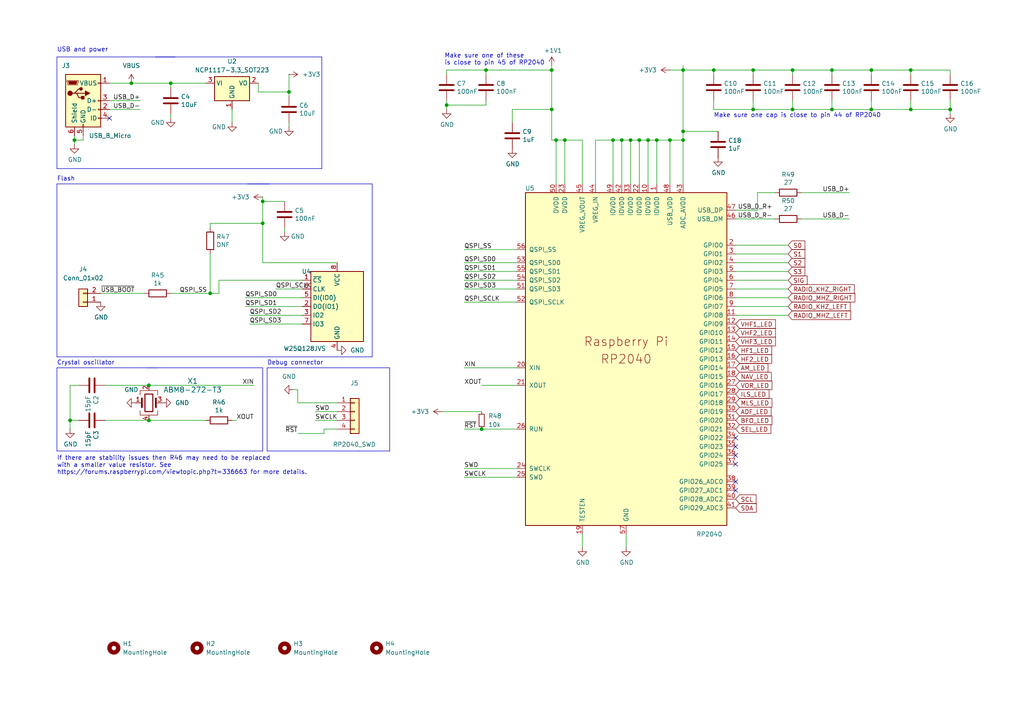
<source format=kicad_sch>
(kicad_sch (version 20231120) (generator "eeschema") (generator_version "8.0")
  (paper "A4")
  (lib_symbols
    (symbol "Connector:USB_B_Micro" (pin_names (offset 1.016))
      (property "Reference" "J" (at -5.08 11.43 0))
      (property "Value" "USB_B_Micro" (at -5.08 8.89 0))
      (symbol "USB_B_Micro_0_1"
        (rectangle (start -5.08 -7.62) (end 5.08 7.62) (stroke (width 0.254)) (fill (type background)))
        (circle (center -3.81 2.159) (radius 0.635) (stroke (width 0.254)) (fill (type outline)))
        (circle (center -0.635 3.429) (radius 0.381) (stroke (width 0.254)) (fill (type outline)))
        (rectangle (start -0.127 -7.62) (end 0.127 -6.858))
        (polyline (pts (xy -1.905 2.159) (xy 0.635 2.159)) (stroke (width 0.254)))
        (polyline (pts (xy -3.175 2.159) (xy -2.54 2.159) (xy -1.27 3.429) (xy -0.635 3.429)) (stroke (width 0.254)))
        (polyline (pts (xy -2.54 2.159) (xy -1.905 2.159) (xy -1.27 0.889) (xy 0 0.889)) (stroke (width 0.254)))
        (polyline (pts (xy 0.635 2.794) (xy 0.635 1.524) (xy 1.905 2.159) (xy 0.635 2.794)) (stroke (width 0.254)) (fill (type outline)))
        (polyline (pts (xy -4.318 5.588) (xy -1.778 5.588) (xy -2.032 4.826) (xy -4.064 4.826) (xy -4.318 5.588)) (fill (type outline)))
        (polyline (pts (xy -4.699 5.842) (xy -4.699 5.588) (xy -4.445 4.826) (xy -4.445 4.572) (xy -1.651 4.572) (xy -1.651 4.826) (xy -1.397 5.588) (xy -1.397 5.842) (xy -4.699 5.842)))
        (rectangle (start 0.254 1.27) (end -0.508 0.508) (stroke (width 0.254)) (fill (type outline)))
        (rectangle (start 5.08 -5.207) (end 4.318 -4.953))
        (rectangle (start 5.08 -2.667) (end 4.318 -2.413))
        (rectangle (start 5.08 -0.127) (end 4.318 0.127))
        (rectangle (start 5.08 4.953) (end 4.318 5.207))
      )
      (symbol "USB_B_Micro_1_1"
        (pin power_out line (at 7.62 5.08 180) (length 2.54) (name "VBUS") (number "1"))
        (pin bidirectional line (at 7.62 -2.54 180) (length 2.54) (name "D-") (number "2"))
        (pin bidirectional line (at 7.62 0 180) (length 2.54) (name "D+") (number "3"))
        (pin passive line (at 7.62 -5.08 180) (length 2.54) (name "ID") (number "4"))
        (pin power_out line (at 0 -10.16 90) (length 2.54) (name "GND") (number "5"))
        (pin passive line (at -2.54 -10.16 90) (length 2.54) (name "Shield") (number "6"))
      )
    )
    (symbol "Connector_Generic:Conn_01x02" (pin_names (offset 1.016) hide)
      (property "Reference" "J" (at 0 2.54 0))
      (property "Value" "Conn_01x02" (at 0 -5.08 0))
      (symbol "Conn_01x02_1_1"
        (rectangle (start -1.27 -2.413) (end 0 -2.667) (stroke (width 0.1524)))
        (rectangle (start -1.27 0.127) (end 0 -0.127) (stroke (width 0.1524)))
        (rectangle (start -1.27 1.27) (end 1.27 -3.81) (stroke (width 0.254)) (fill (type background)))
        (pin passive line (at -5.08 0 0) (length 3.81) (name "Pin_1") (number "1"))
        (pin passive line (at -5.08 -2.54 0) (length 3.81) (name "Pin_2") (number "2"))
      )
    )
    (symbol "Connector_Generic:Conn_01x04" (pin_names (offset 1.016) hide)
      (property "Reference" "J" (at 0 5.08 0))
      (property "Value" "Conn_01x04" (at 0 -7.62 0))
      (symbol "Conn_01x04_1_1"
        (rectangle (start -1.27 -4.953) (end 0 -5.207) (stroke (width 0.1524)))
        (rectangle (start -1.27 -2.413) (end 0 -2.667) (stroke (width 0.1524)))
        (rectangle (start -1.27 0.127) (end 0 -0.127) (stroke (width 0.1524)))
        (rectangle (start -1.27 2.667) (end 0 2.413) (stroke (width 0.1524)))
        (rectangle (start -1.27 3.81) (end 1.27 -6.35) (stroke (width 0.254)) (fill (type background)))
        (pin passive line (at -5.08 2.54 0) (length 3.81) (name "Pin_1") (number "1"))
        (pin passive line (at -5.08 0 0) (length 3.81) (name "Pin_2") (number "2"))
        (pin passive line (at -5.08 -2.54 0) (length 3.81) (name "Pin_3") (number "3"))
        (pin passive line (at -5.08 -5.08 0) (length 3.81) (name "Pin_4") (number "4"))
      )
    )
    (symbol "Custom_Symbols:RP2040" (pin_names (offset 1.016))
      (property "Reference" "U" (at -29.21 49.53 0))
      (property "Value" "RP2040" (at 24.13 -49.53 0))
      (symbol "RP2040_0_0"
        (text "Raspberry Pi" (at 0 5.08 0) (effects (font (size 2.54 2.54))))
        (text "RP2040" (at 0 0 0) (effects (font (size 2.54 2.54))))
      )
      (symbol "RP2040_0_1"
        (rectangle (start 29.21 48.26) (end -29.21 -48.26) (stroke (width 0.254)) (fill (type background)))
      )
      (symbol "RP2040_1_1"
        (pin power_in line (at 8.89 50.8 270) (length 2.54) (name "IOVDD") (number "1"))
        (pin power_in line (at 6.35 50.8 270) (length 2.54) (name "IOVDD") (number "10"))
        (pin bidirectional line (at 31.75 12.7 180) (length 2.54) (name "GPIO8") (number "11"))
        (pin bidirectional line (at 31.75 10.16 180) (length 2.54) (name "GPIO9") (number "12"))
        (pin bidirectional line (at 31.75 7.62 180) (length 2.54) (name "GPIO10") (number "13"))
        (pin bidirectional line (at 31.75 5.08 180) (length 2.54) (name "GPIO11") (number "14"))
        (pin bidirectional line (at 31.75 2.54 180) (length 2.54) (name "GPIO12") (number "15"))
        (pin bidirectional line (at 31.75 0 180) (length 2.54) (name "GPIO13") (number "16"))
        (pin bidirectional line (at 31.75 -2.54 180) (length 2.54) (name "GPIO14") (number "17"))
        (pin bidirectional line (at 31.75 -5.08 180) (length 2.54) (name "GPIO15") (number "18"))
        (pin passive line (at -12.7 -50.8 90) (length 2.54) (name "TESTEN") (number "19"))
        (pin bidirectional line (at 31.75 33.02 180) (length 2.54) (name "GPIO0") (number "2"))
        (pin input line (at -31.75 -2.54 0) (length 2.54) (name "XIN") (number "20"))
        (pin passive line (at -31.75 -7.62 0) (length 2.54) (name "XOUT") (number "21"))
        (pin power_in line (at 3.81 50.8 270) (length 2.54) (name "IOVDD") (number "22"))
        (pin power_in line (at -17.78 50.8 270) (length 2.54) (name "DVDD") (number "23"))
        (pin output line (at -31.75 -31.75 0) (length 2.54) (name "SWCLK") (number "24"))
        (pin bidirectional line (at -31.75 -34.29 0) (length 2.54) (name "SWD") (number "25"))
        (pin input line (at -31.75 -20.32 0) (length 2.54) (name "RUN") (number "26"))
        (pin bidirectional line (at 31.75 -7.62 180) (length 2.54) (name "GPIO16") (number "27"))
        (pin bidirectional line (at 31.75 -10.16 180) (length 2.54) (name "GPIO17") (number "28"))
        (pin bidirectional line (at 31.75 -12.7 180) (length 2.54) (name "GPIO18") (number "29"))
        (pin bidirectional line (at 31.75 30.48 180) (length 2.54) (name "GPIO1") (number "3"))
        (pin bidirectional line (at 31.75 -15.24 180) (length 2.54) (name "GPIO19") (number "30"))
        (pin bidirectional line (at 31.75 -17.78 180) (length 2.54) (name "GPIO20") (number "31"))
        (pin bidirectional line (at 31.75 -20.32 180) (length 2.54) (name "GPIO21") (number "32"))
        (pin power_in line (at 1.27 50.8 270) (length 2.54) (name "IOVDD") (number "33"))
        (pin bidirectional line (at 31.75 -22.86 180) (length 2.54) (name "GPIO22") (number "34"))
        (pin bidirectional line (at 31.75 -25.4 180) (length 2.54) (name "GPIO23") (number "35"))
        (pin bidirectional line (at 31.75 -27.94 180) (length 2.54) (name "GPIO24") (number "36"))
        (pin bidirectional line (at 31.75 -30.48 180) (length 2.54) (name "GPIO25") (number "37"))
        (pin bidirectional line (at 31.75 -35.56 180) (length 2.54) (name "GPIO26_ADC0") (number "38"))
        (pin bidirectional line (at 31.75 -38.1 180) (length 2.54) (name "GPIO27_ADC1") (number "39"))
        (pin bidirectional line (at 31.75 27.94 180) (length 2.54) (name "GPIO2") (number "4"))
        (pin bidirectional line (at 31.75 -40.64 180) (length 2.54) (name "GPIO28_ADC2") (number "40"))
        (pin bidirectional line (at 31.75 -43.18 180) (length 2.54) (name "GPIO29_ADC3") (number "41"))
        (pin power_in line (at -1.27 50.8 270) (length 2.54) (name "IOVDD") (number "42"))
        (pin power_in line (at 16.51 50.8 270) (length 2.54) (name "ADC_AVDD") (number "43"))
        (pin power_in line (at -8.89 50.8 270) (length 2.54) (name "VREG_IN") (number "44"))
        (pin power_out line (at -12.7 50.8 270) (length 2.54) (name "VREG_VOUT") (number "45"))
        (pin bidirectional line (at 31.75 40.64 180) (length 2.54) (name "USB_DM") (number "46"))
        (pin bidirectional line (at 31.75 43.18 180) (length 2.54) (name "USB_DP") (number "47"))
        (pin power_in line (at 12.7 50.8 270) (length 2.54) (name "USB_VDD") (number "48"))
        (pin power_in line (at -3.81 50.8 270) (length 2.54) (name "IOVDD") (number "49"))
        (pin bidirectional line (at 31.75 25.4 180) (length 2.54) (name "GPIO3") (number "5"))
        (pin power_in line (at -20.32 50.8 270) (length 2.54) (name "DVDD") (number "50"))
        (pin bidirectional line (at -31.75 20.32 0) (length 2.54) (name "QSPI_SD3") (number "51"))
        (pin output line (at -31.75 16.51 0) (length 2.54) (name "QSPI_SCLK") (number "52"))
        (pin bidirectional line (at -31.75 27.94 0) (length 2.54) (name "QSPI_SD0") (number "53"))
        (pin bidirectional line (at -31.75 22.86 0) (length 2.54) (name "QSPI_SD2") (number "54"))
        (pin bidirectional line (at -31.75 25.4 0) (length 2.54) (name "QSPI_SD1") (number "55"))
        (pin bidirectional line (at -31.75 31.75 0) (length 2.54) (name "QSPI_SS") (number "56"))
        (pin power_in line (at 0 -50.8 90) (length 2.54) (name "GND") (number "57"))
        (pin bidirectional line (at 31.75 22.86 180) (length 2.54) (name "GPIO4") (number "6"))
        (pin bidirectional line (at 31.75 20.32 180) (length 2.54) (name "GPIO5") (number "7"))
        (pin bidirectional line (at 31.75 17.78 180) (length 2.54) (name "GPIO6") (number "8"))
        (pin bidirectional line (at 31.75 15.24 180) (length 2.54) (name "GPIO7") (number "9"))
      )
    )
    (symbol "Device:C" (pin_numbers hide) (pin_names (offset 0.254))
      (property "Reference" "C" (at 0.635 2.54 0))
      (property "Value" "C" (at 0.635 -2.54 0))
      (symbol "C_0_1"
        (polyline (pts (xy -2.032 -0.762) (xy 2.032 -0.762)) (stroke (width 0.508)))
        (polyline (pts (xy -2.032 0.762) (xy 2.032 0.762)) (stroke (width 0.508)))
      )
      (symbol "C_1_1"
        (pin passive line (at 0 3.81 270) (length 2.794) (name "~") (number "1"))
        (pin passive line (at 0 -3.81 90) (length 2.794) (name "~") (number "2"))
      )
    )
    (symbol "Device:Crystal_GND24" (pin_names (offset 1.016) hide)
      (property "Reference" "Y" (at 3.175 5.08 0))
      (property "Value" "Crystal_GND24" (at 3.175 3.175 0))
      (symbol "Crystal_GND24_0_1"
        (rectangle (start -1.143 2.54) (end 1.143 -2.54) (stroke (width 0.3048)))
        (polyline (pts (xy -2.54 0) (xy -2.032 0)))
        (polyline (pts (xy -2.032 -1.27) (xy -2.032 1.27)) (stroke (width 0.508)))
        (polyline (pts (xy 0 -3.81) (xy 0 -3.556)))
        (polyline (pts (xy 0 3.556) (xy 0 3.81)))
        (polyline (pts (xy 2.032 -1.27) (xy 2.032 1.27)) (stroke (width 0.508)))
        (polyline (pts (xy 2.032 0) (xy 2.54 0)))
        (polyline (pts (xy -2.54 -2.286) (xy -2.54 -3.556) (xy 2.54 -3.556) (xy 2.54 -2.286)))
        (polyline (pts (xy -2.54 2.286) (xy -2.54 3.556) (xy 2.54 3.556) (xy 2.54 2.286)))
      )
      (symbol "Crystal_GND24_1_1"
        (pin passive line (at -3.81 0 0) (length 1.27) (name "1") (number "1"))
        (pin passive line (at 0 5.08 270) (length 1.27) (name "2") (number "2"))
        (pin passive line (at 3.81 0 180) (length 1.27) (name "3") (number "3"))
        (pin passive line (at 0 -5.08 90) (length 1.27) (name "4") (number "4"))
      )
    )
    (symbol "Device:R" (pin_numbers hide) (pin_names (offset 0))
      (property "Reference" "R" (at 2.032 0 90))
      (property "Value" "R" (at 0 0 90))
      (symbol "R_0_1"
        (rectangle (start -1.016 -2.54) (end 1.016 2.54) (stroke (width 0.254)))
      )
      (symbol "R_1_1"
        (pin passive line (at 0 3.81 270) (length 1.27) (name "~") (number "1"))
        (pin passive line (at 0 -3.81 90) (length 1.27) (name "~") (number "2"))
      )
    )
    (symbol "Device:R_Small" (pin_numbers hide) (pin_names (offset 0.254) hide)
      (property "Reference" "R" (at 0.762 0.508 0))
      (property "Value" "R_Small" (at 0.762 -1.016 0))
      (symbol "R_Small_0_1"
        (rectangle (start -0.762 1.778) (end 0.762 -1.778) (stroke (width 0.2032)))
      )
      (symbol "R_Small_1_1"
        (pin passive line (at 0 2.54 270) (length 0.762) (name "~") (number "1"))
        (pin passive line (at 0 -2.54 90) (length 0.762) (name "~") (number "2"))
      )
    )
    (symbol "Mechanical:MountingHole" (pin_names (offset 1.016)) (exclude_from_sim yes) (in_bom no)
      (property "Reference" "H" (at 0 5.08 0))
      (property "Value" "MountingHole" (at 0 3.175 0))
      (symbol "MountingHole_0_1"
        (circle (center 0 0) (radius 1.27) (stroke (width 1.27)))
      )
    )
    (symbol "Memory_Flash:W25Q128JVS"
      (property "Reference" "U" (at -8.89 8.89 0))
      (property "Value" "W25Q128JVS" (at 7.62 8.89 0))
      (symbol "W25Q128JVS_0_1"
        (rectangle (start -7.62 10.16) (end 7.62 -10.16) (stroke (width 0.254)) (fill (type background)))
      )
      (symbol "W25Q128JVS_1_1"
        (pin input line (at -10.16 7.62 0) (length 2.54) (name "~{CS}") (number "1"))
        (pin bidirectional line (at -10.16 0 0) (length 2.54) (name "DO(IO1)") (number "2"))
        (pin bidirectional line (at -10.16 -2.54 0) (length 2.54) (name "IO2") (number "3"))
        (pin power_in line (at 0 -12.7 90) (length 2.54) (name "GND") (number "4"))
        (pin bidirectional line (at -10.16 2.54 0) (length 2.54) (name "DI(IO0)") (number "5"))
        (pin input line (at -10.16 5.08 0) (length 2.54) (name "CLK") (number "6"))
        (pin bidirectional line (at -10.16 -5.08 0) (length 2.54) (name "IO3") (number "7"))
        (pin power_in line (at 0 12.7 270) (length 2.54) (name "VCC") (number "8"))
      )
    )
    (symbol "Regulator_Linear:NCP1117-3.3_SOT223"
      (property "Reference" "U" (at -3.81 3.175 0))
      (property "Value" "NCP1117-3.3_SOT223" (at 0 3.175 0))
      (symbol "NCP1117-3.3_SOT223_0_1"
        (rectangle (start -5.08 -5.08) (end 5.08 1.905) (stroke (width 0.254)) (fill (type background)))
      )
      (symbol "NCP1117-3.3_SOT223_1_1"
        (pin power_in line (at 0 -7.62 90) (length 2.54) (name "GND") (number "1"))
        (pin power_out line (at 7.62 0 180) (length 2.54) (name "VO") (number "2"))
        (pin power_in line (at -7.62 0 0) (length 2.54) (name "VI") (number "3"))
      )
    )
    (symbol "power:+1V1" (power) (pin_numbers hide) (pin_names (offset 0) hide)
      (property "Value" "+1V1" (at 0 3.556 0))
      (symbol "+1V1_0_1"
        (polyline (pts (xy -0.762 1.27) (xy 0 2.54)))
        (polyline (pts (xy 0 0) (xy 0 2.54)))
        (polyline (pts (xy 0 2.54) (xy 0.762 1.27)))
      )
      (symbol "+1V1_1_1"
        (pin power_in line (at 0 0 90) (length 0) (name "~") (number "1"))
      )
    )
    (symbol "power:+3V3" (power) (pin_numbers hide) (pin_names (offset 0) hide)
      (property "Value" "+3V3" (at 0 3.556 0))
      (symbol "+3V3_0_1"
        (polyline (pts (xy -0.762 1.27) (xy 0 2.54)))
        (polyline (pts (xy 0 0) (xy 0 2.54)))
        (polyline (pts (xy 0 2.54) (xy 0.762 1.27)))
      )
      (symbol "+3V3_1_1"
        (pin power_in line (at 0 0 90) (length 0) (name "~") (number "1"))
      )
    )
    (symbol "power:GND" (power) (pin_numbers hide) (pin_names (offset 0) hide)
      (property "Value" "GND" (at 0 -3.81 0))
      (symbol "GND_0_1"
        (polyline (pts (xy 0 0) (xy 0 -1.27) (xy 1.27 -1.27) (xy 0 -2.54) (xy -1.27 -1.27) (xy 0 -1.27)))
      )
      (symbol "GND_1_1"
        (pin power_in line (at 0 0 270) (length 0) (name "~") (number "1"))
      )
    )
    (symbol "power:VBUS" (power) (pin_numbers hide) (pin_names (offset 0) hide)
      (property "Value" "VBUS" (at 0 3.556 0))
      (symbol "VBUS_0_1"
        (polyline (pts (xy -0.762 1.27) (xy 0 2.54)))
        (polyline (pts (xy 0 0) (xy 0 2.54)))
        (polyline (pts (xy 0 2.54) (xy 0.762 1.27)))
      )
      (symbol "VBUS_1_1"
        (pin power_in line (at 0 0 90) (length 0) (name "~") (number "1"))
      )
    )
  )
  (junction (at 180.34 40.64))
  (junction (at 218.44 20.32))
  (junction (at 182.88 40.64))
  (junction (at 218.44 31.75))
  (junction (at 43.18 121.92))
  (junction (at 76.2 58.42))
  (junction (at 163.83 40.64))
  (junction (at 49.53 24.13))
  (junction (at 198.12 20.32))
  (junction (at 207.01 20.32))
  (junction (at 129.54 30.48))
  (junction (at 20.32 121.92))
  (junction (at 229.87 20.32))
  (junction (at 38.1 24.13))
  (junction (at 60.96 85.09))
  (junction (at 160.02 31.75))
  (junction (at 190.5 40.64))
  (junction (at 275.59 31.75))
  (junction (at 185.42 40.64))
  (junction (at 21.59 40.64))
  (junction (at 252.73 31.75))
  (junction (at 139.7 124.46))
  (junction (at 43.18 111.76))
  (junction (at 187.96 40.64))
  (junction (at 76.2 64.77))
  (junction (at 177.8 40.64))
  (junction (at 140.97 20.32))
  (junction (at 161.29 40.64))
  (junction (at 198.12 38.1))
  (junction (at 83.82 26.67))
  (junction (at 241.3 31.75))
  (junction (at 264.16 20.32))
  (junction (at 160.02 20.32))
  (junction (at 198.12 40.64))
  (junction (at 264.16 31.75))
  (junction (at 241.3 20.32))
  (junction (at 252.73 20.32))
  (junction (at 194.31 40.64))
  (junction (at 229.87 31.75))
  (no_connect (at 213.36 142.24))
  (no_connect (at 31.75 34.29))
  (no_connect (at 213.36 127))
  (no_connect (at 213.36 134.62))
  (no_connect (at 213.36 139.7))
  (no_connect (at 213.36 132.08))
  (no_connect (at 213.36 129.54))
  (wire (pts (xy 76.2 76.2) (xy 97.79 76.2)))
  (wire (pts (xy 228.6 78.74) (xy 213.36 78.74)))
  (wire (pts (xy 21.59 40.64) (xy 21.59 41.91)))
  (wire (pts (xy 86.36 116.84) (xy 97.79 116.84)))
  (wire (pts (xy 190.5 40.64) (xy 190.5 53.34)))
  (wire (pts (xy 134.62 124.46) (xy 139.7 124.46)))
  (wire (pts (xy 198.12 20.32) (xy 198.12 38.1)))
  (wire (pts (xy 229.87 21.59) (xy 229.87 20.32)))
  (wire (pts (xy 21.59 39.37) (xy 21.59 40.64)))
  (wire (pts (xy 93.98 125.73) (xy 86.36 125.73)))
  (wire (pts (xy 180.34 53.34) (xy 180.34 40.64)))
  (wire (pts (xy 275.59 29.21) (xy 275.59 31.75)))
  (wire (pts (xy 76.2 57.15) (xy 76.2 58.42)))
  (polyline (pts (xy 16.51 53.34) (xy 16.51 103.505)))
  (wire (pts (xy 134.62 76.2) (xy 149.86 76.2)))
  (polyline (pts (xy 104.14 106.68) (xy 113.03 106.68)))
  (wire (pts (xy 129.54 30.48) (xy 129.54 31.75)))
  (wire (pts (xy 177.8 40.64) (xy 180.34 40.64)))
  (wire (pts (xy 264.16 29.21) (xy 264.16 31.75)))
  (wire (pts (xy 182.88 53.34) (xy 182.88 40.64)))
  (wire (pts (xy 86.36 113.03) (xy 86.36 116.84)))
  (wire (pts (xy 91.44 121.92) (xy 97.79 121.92)))
  (wire (pts (xy 129.54 20.32) (xy 140.97 20.32)))
  (wire (pts (xy 139.7 111.76) (xy 149.86 111.76)))
  (wire (pts (xy 93.98 125.73) (xy 93.98 124.46)))
  (wire (pts (xy 72.39 91.44) (xy 87.63 91.44)))
  (wire (pts (xy 85.09 113.03) (xy 86.36 113.03)))
  (polyline (pts (xy 16.51 16.51) (xy 16.51 48.895)))
  (wire (pts (xy 76.2 58.42) (xy 82.55 58.42)))
  (wire (pts (xy 232.41 63.5) (xy 246.38 63.5)))
  (wire (pts (xy 218.44 31.75) (xy 207.01 31.75)))
  (wire (pts (xy 181.61 158.75) (xy 181.61 154.94)))
  (wire (pts (xy 161.29 40.64) (xy 161.29 53.34)))
  (wire (pts (xy 198.12 20.32) (xy 207.01 20.32)))
  (wire (pts (xy 140.97 20.32) (xy 160.02 20.32)))
  (wire (pts (xy 228.6 86.36) (xy 213.36 86.36)))
  (wire (pts (xy 83.82 26.67) (xy 83.82 21.59)))
  (wire (pts (xy 82.55 66.04) (xy 82.55 67.31)))
  (wire (pts (xy 134.62 78.74) (xy 149.86 78.74)))
  (wire (pts (xy 31.75 24.13) (xy 38.1 24.13)))
  (wire (pts (xy 163.83 53.34) (xy 163.83 40.64)))
  (wire (pts (xy 83.82 35.56) (xy 83.82 36.83)))
  (wire (pts (xy 134.62 138.43) (xy 149.86 138.43)))
  (wire (pts (xy 207.01 29.21) (xy 207.01 31.75)))
  (wire (pts (xy 160.02 20.32) (xy 160.02 31.75)))
  (polyline (pts (xy 77.47 106.68) (xy 104.14 106.68)))
  (wire (pts (xy 91.44 119.38) (xy 97.79 119.38)))
  (wire (pts (xy 134.62 87.63) (xy 149.86 87.63)))
  (polyline (pts (xy 113.03 130.81) (xy 104.14 130.81)))
  (wire (pts (xy 20.32 111.76) (xy 20.32 121.92)))
  (polyline (pts (xy 16.51 130.81) (xy 76.2 130.81)))
  (wire (pts (xy 264.16 20.32) (xy 275.59 20.32)))
  (wire (pts (xy 241.3 31.75) (xy 229.87 31.75)))
  (wire (pts (xy 228.6 73.66) (xy 213.36 73.66)))
  (wire (pts (xy 139.7 124.46) (xy 149.86 124.46)))
  (wire (pts (xy 228.6 88.9) (xy 213.36 88.9)))
  (wire (pts (xy 38.1 24.13) (xy 49.53 24.13)))
  (wire (pts (xy 80.01 83.82) (xy 87.63 83.82)))
  (wire (pts (xy 241.3 21.59) (xy 241.3 20.32)))
  (wire (pts (xy 187.96 53.34) (xy 187.96 40.64)))
  (polyline (pts (xy 77.47 130.81) (xy 104.14 130.81)))
  (wire (pts (xy 59.69 24.13) (xy 49.53 24.13)))
  (wire (pts (xy 148.59 35.56) (xy 148.59 31.75)))
  (wire (pts (xy 194.31 40.64) (xy 198.12 40.64)))
  (wire (pts (xy 83.82 27.94) (xy 83.82 26.67)))
  (wire (pts (xy 241.3 29.21) (xy 241.3 31.75)))
  (wire (pts (xy 219.71 55.88) (xy 219.71 60.96)))
  (wire (pts (xy 218.44 21.59) (xy 218.44 20.32)))
  (wire (pts (xy 187.96 40.64) (xy 190.5 40.64)))
  (wire (pts (xy 30.48 121.92) (xy 43.18 121.92)))
  (wire (pts (xy 140.97 30.48) (xy 140.97 29.21)))
  (wire (pts (xy 172.72 53.34) (xy 172.72 40.64)))
  (wire (pts (xy 182.88 40.64) (xy 185.42 40.64)))
  (wire (pts (xy 160.02 31.75) (xy 160.02 40.64)))
  (wire (pts (xy 134.62 72.39) (xy 149.86 72.39)))
  (wire (pts (xy 93.98 124.46) (xy 97.79 124.46)))
  (wire (pts (xy 49.53 25.4) (xy 49.53 24.13)))
  (polyline (pts (xy 45.085 16.51) (xy 93.345 16.51)))
  (wire (pts (xy 160.02 19.05) (xy 160.02 20.32)))
  (wire (pts (xy 198.12 40.64) (xy 198.12 53.34)))
  (wire (pts (xy 49.53 33.02) (xy 49.53 34.29)))
  (wire (pts (xy 43.18 121.92) (xy 59.69 121.92)))
  (wire (pts (xy 87.63 88.9) (xy 71.12 88.9)))
  (wire (pts (xy 128.27 119.38) (xy 139.7 119.38)))
  (wire (pts (xy 218.44 29.21) (xy 218.44 31.75)))
  (wire (pts (xy 228.6 91.44) (xy 213.36 91.44)))
  (polyline (pts (xy 71.755 53.34) (xy 107.95 53.34)))
  (wire (pts (xy 198.12 38.1) (xy 198.12 40.64)))
  (polyline (pts (xy 77.47 106.68) (xy 77.47 130.81)))
  (wire (pts (xy 43.18 111.76) (xy 73.66 111.76)))
  (wire (pts (xy 185.42 40.64) (xy 187.96 40.64)))
  (wire (pts (xy 22.86 121.92) (xy 20.32 121.92)))
  (wire (pts (xy 228.6 76.2) (xy 213.36 76.2)))
  (wire (pts (xy 60.96 66.04) (xy 60.96 64.77)))
  (wire (pts (xy 148.59 31.75) (xy 160.02 31.75)))
  (wire (pts (xy 180.34 40.64) (xy 182.88 40.64)))
  (wire (pts (xy 172.72 40.64) (xy 177.8 40.64)))
  (wire (pts (xy 63.5 81.28) (xy 87.63 81.28)))
  (wire (pts (xy 213.36 60.96) (xy 219.71 60.96)))
  (wire (pts (xy 185.42 53.34) (xy 185.42 40.64)))
  (wire (pts (xy 22.86 111.76) (xy 20.32 111.76)))
  (wire (pts (xy 229.87 20.32) (xy 241.3 20.32)))
  (wire (pts (xy 41.91 85.09) (xy 29.21 85.09)))
  (polyline (pts (xy 93.345 48.895) (xy 93.345 16.51)))
  (wire (pts (xy 60.96 73.66) (xy 60.96 85.09)))
  (wire (pts (xy 252.73 29.21) (xy 252.73 31.75)))
  (wire (pts (xy 20.32 121.92) (xy 20.32 124.46)))
  (wire (pts (xy 74.93 26.67) (xy 83.82 26.67)))
  (wire (pts (xy 198.12 19.05) (xy 198.12 20.32)))
  (wire (pts (xy 76.2 64.77) (xy 76.2 76.2)))
  (wire (pts (xy 87.63 86.36) (xy 71.12 86.36)))
  (wire (pts (xy 252.73 20.32) (xy 264.16 20.32)))
  (wire (pts (xy 24.13 39.37) (xy 24.13 40.64)))
  (wire (pts (xy 160.02 40.64) (xy 161.29 40.64)))
  (polyline (pts (xy 42.545 106.68) (xy 76.2 106.68)))
  (wire (pts (xy 219.71 55.88) (xy 224.79 55.88)))
  (wire (pts (xy 129.54 30.48) (xy 140.97 30.48)))
  (wire (pts (xy 129.54 29.21) (xy 129.54 30.48)))
  (wire (pts (xy 252.73 31.75) (xy 241.3 31.75)))
  (wire (pts (xy 213.36 63.5) (xy 224.79 63.5)))
  (wire (pts (xy 228.6 83.82) (xy 213.36 83.82)))
  (wire (pts (xy 168.91 40.64) (xy 163.83 40.64)))
  (wire (pts (xy 252.73 21.59) (xy 252.73 20.32)))
  (polyline (pts (xy 76.2 130.81) (xy 76.2 106.68)))
  (wire (pts (xy 264.16 21.59) (xy 264.16 20.32)))
  (wire (pts (xy 72.39 93.98) (xy 87.63 93.98)))
  (wire (pts (xy 30.48 111.76) (xy 43.18 111.76)))
  (wire (pts (xy 207.01 20.32) (xy 218.44 20.32)))
  (wire (pts (xy 68.58 121.92) (xy 67.31 121.92)))
  (polyline (pts (xy 113.03 106.68) (xy 113.03 130.81)))
  (wire (pts (xy 264.16 31.75) (xy 252.73 31.75)))
  (wire (pts (xy 74.93 24.13) (xy 74.93 26.67)))
  (wire (pts (xy 31.75 31.75) (xy 40.64 31.75)))
  (wire (pts (xy 76.2 58.42) (xy 76.2 64.77)))
  (wire (pts (xy 177.8 53.34) (xy 177.8 40.64)))
  (wire (pts (xy 134.62 81.28) (xy 149.86 81.28)))
  (polyline (pts (xy 78.105 53.34) (xy 16.51 53.34)))
  (wire (pts (xy 275.59 31.75) (xy 275.59 33.02)))
  (wire (pts (xy 275.59 21.59) (xy 275.59 20.32)))
  (wire (pts (xy 190.5 40.64) (xy 194.31 40.64)))
  (wire (pts (xy 63.5 85.09) (xy 63.5 81.28)))
  (wire (pts (xy 21.59 40.64) (xy 24.13 40.64)))
  (wire (pts (xy 31.75 29.21) (xy 40.64 29.21)))
  (wire (pts (xy 168.91 158.75) (xy 168.91 154.94)))
  (polyline (pts (xy 45.72 106.68) (xy 16.51 106.68)))
  (wire (pts (xy 140.97 21.59) (xy 140.97 20.32)))
  (wire (pts (xy 232.41 55.88) (xy 246.38 55.88)))
  (wire (pts (xy 228.6 71.12) (xy 213.36 71.12)))
  (wire (pts (xy 134.62 83.82) (xy 149.86 83.82)))
  (wire (pts (xy 194.31 53.34) (xy 194.31 40.64)))
  (wire (pts (xy 207.01 21.59) (xy 207.01 20.32)))
  (polyline (pts (xy 50.8 16.51) (xy 16.51 16.51)))
  (polyline (pts (xy 16.51 48.895) (xy 93.345 48.895)))
  (wire (pts (xy 229.87 29.21) (xy 229.87 31.75)))
  (polyline (pts (xy 16.51 106.68) (xy 16.51 130.81)))
  (wire (pts (xy 49.53 85.09) (xy 60.96 85.09)))
  (wire (pts (xy 208.28 38.1) (xy 198.12 38.1)))
  (wire (pts (xy 194.31 20.32) (xy 198.12 20.32)))
  (wire (pts (xy 228.6 81.28) (xy 213.36 81.28)))
  (wire (pts (xy 67.31 31.75) (xy 67.31 35.56)))
  (polyline (pts (xy 107.95 103.505) (xy 107.95 53.34)))
  (wire (pts (xy 134.62 135.89) (xy 149.86 135.89)))
  (wire (pts (xy 168.91 53.34) (xy 168.91 40.64)))
  (wire (pts (xy 60.96 64.77) (xy 76.2 64.77)))
  (wire (pts (xy 161.29 40.64) (xy 163.83 40.64)))
  (wire (pts (xy 264.16 31.75) (xy 275.59 31.75)))
  (polyline (pts (xy 16.51 103.505) (xy 107.95 103.505)))
  (wire (pts (xy 218.44 20.32) (xy 229.87 20.32)))
  (wire (pts (xy 60.96 85.09) (xy 63.5 85.09)))
  (wire (pts (xy 241.3 20.32) (xy 252.73 20.32)))
  (wire (pts (xy 134.62 106.68) (xy 149.86 106.68)))
  (wire (pts (xy 229.87 31.75) (xy 218.44 31.75)))
  (wire (pts (xy 129.54 21.59) (xy 129.54 20.32)))
  (text "Make sure one cap is close to pin 44 of RP2040" (at 207.01 34.29 0) (effects (font (size 1.27 1.27)) (justify left bottom)))
  (text "Crystal oscillator" (at 16.51 106.045 0) (effects (font (size 1.27 1.27)) (justify left bottom)))
  (text "USB and power" (at 16.51 15.24 0) (effects (font (size 1.27 1.27)) (justify left bottom)))
  (text "Make sure one of these\nis close to pin 45 of RP2040" (at 128.905 19.05 0) (effects (font (size 1.27 1.27)) (justify left bottom)))
  (text "Flash" (at 16.51 52.705 0) (effects (font (size 1.27 1.27)) (justify left bottom)))
  (text "If there are stability issues then R46 may need to be replaced\nwith a smaller value resistor. See \nhttps://forums.raspberrypi.com/viewtopic.php?t=336663 for more details." (at 16.51 137.795 0) (effects (font (size 1.27 1.27)) (justify left bottom)))
  (text "Debug connector" (at 77.47 106.045 0) (effects (font (size 1.27 1.27)) (justify left bottom)))
  (label "QSPI_SCLK" (at 80.01 83.82 0))
  (label "QSPI_SD3" (at 72.39 93.98 0))
  (label "~{USB_BOOT}" (at 29.21 85.09 0))
  (label "~{RST}" (at 86.36 125.73 180))
  (label "QSPI_SD3" (at 134.62 83.82 0))
  (label "XOUT" (at 139.7 111.76 180))
  (label "SWCLK" (at 91.44 121.92 0))
  (label "USB_D+" (at 40.64 29.21 180))
  (label "QSPI_SD1" (at 71.12 88.9 0))
  (label "QSPI_SD0" (at 134.62 76.2 0))
  (label "XIN" (at 134.62 106.68 0))
  (label "QSPI_SD2" (at 134.62 81.28 0))
  (label "QSPI_SS" (at 52.07 85.09 0))
  (label "USB_D-" (at 246.38 63.5 180))
  (label "SWD" (at 91.44 119.38 0))
  (label "QSPI_SS" (at 134.62 72.39 0))
  (label "USB_D_R-" (at 213.995 63.5 0))
  (label "USB_D+" (at 246.38 55.88 180))
  (label "QSPI_SD2" (at 72.39 91.44 0))
  (label "~{RST}" (at 134.62 124.46 0))
  (label "SWD" (at 134.62 135.89 0))
  (label "QSPI_SD1" (at 134.62 78.74 0))
  (label "SWCLK" (at 134.62 138.43 0))
  (label "XIN" (at 73.66 111.76 180))
  (label "QSPI_SD0" (at 71.12 86.36 0))
  (label "XOUT" (at 68.58 121.92 0))
  (label "USB_D_R+" (at 213.995 60.96 0))
  (label "USB_D-" (at 40.64 31.75 180))
  (label "QSPI_SCLK" (at 134.62 87.63 0))
  (global_label "AM_LED" (shape input) (at 213.36 106.68 0) (property "Intersheetrefs" "${INTERSHEET_REFS}" (effects (hide yes))))
  (global_label "HF1_LED" (shape input) (at 213.36 101.6 0) (property "Intersheetrefs" "${INTERSHEET_REFS}" (effects (hide yes))))
  (global_label "VHF3_LED" (shape input) (at 213.36 99.06 0) (property "Intersheetrefs" "${INTERSHEET_REFS}" (effects (hide yes))))
  (global_label "VHF1_LED" (shape input) (at 213.36 93.98 0) (property "Intersheetrefs" "${INTERSHEET_REFS}" (effects (hide yes))))
  (global_label "S2" (shape input) (at 228.6 76.2 0) (property "Intersheetrefs" "${INTERSHEET_REFS}" (effects (hide yes))))
  (global_label "RADIO_KHZ_RIGHT" (shape input) (at 228.6 83.82 0) (property "Intersheetrefs" "${INTERSHEET_REFS}" (effects (hide yes))))
  (global_label "SCL" (shape input) (at 213.36 144.78 0) (property "Intersheetrefs" "${INTERSHEET_REFS}" (effects (hide yes))))
  (global_label "ADF_LED" (shape input) (at 213.36 119.38 0) (property "Intersheetrefs" "${INTERSHEET_REFS}" (effects (hide yes))))
  (global_label "SDA" (shape input) (at 213.36 147.32 0) (property "Intersheetrefs" "${INTERSHEET_REFS}" (effects (hide yes))))
  (global_label "RADIO_MHZ_RIGHT" (shape input) (at 228.6 86.36 0) (property "Intersheetrefs" "${INTERSHEET_REFS}" (effects (hide yes))))
  (global_label "VOR_LED" (shape input) (at 213.36 111.76 0) (property "Intersheetrefs" "${INTERSHEET_REFS}" (effects (hide yes))))
  (global_label "SEL_LED" (shape input) (at 213.36 124.46 0) (property "Intersheetrefs" "${INTERSHEET_REFS}" (effects (hide yes))))
  (global_label "NAV_LED" (shape input) (at 213.36 109.22 0) (property "Intersheetrefs" "${INTERSHEET_REFS}" (effects (hide yes))))
  (global_label "VHF2_LED" (shape input) (at 213.36 96.52 0) (property "Intersheetrefs" "${INTERSHEET_REFS}" (effects (hide yes))))
  (global_label "HF2_LED" (shape input) (at 213.36 104.14 0) (property "Intersheetrefs" "${INTERSHEET_REFS}" (effects (hide yes))))
  (global_label "S0" (shape input) (at 228.6 71.12 0) (property "Intersheetrefs" "${INTERSHEET_REFS}" (effects (hide yes))))
  (global_label "MLS_LED" (shape input) (at 213.36 116.84 0) (property "Intersheetrefs" "${INTERSHEET_REFS}" (effects (hide yes))))
  (global_label "S1" (shape input) (at 228.6 73.66 0) (property "Intersheetrefs" "${INTERSHEET_REFS}" (effects (hide yes))))
  (global_label "BFO_LED" (shape input) (at 213.36 121.92 0) (property "Intersheetrefs" "${INTERSHEET_REFS}" (effects (hide yes))))
  (global_label "SIG" (shape input) (at 228.6 81.28 0) (property "Intersheetrefs" "${INTERSHEET_REFS}" (effects (hide yes))))
  (global_label "ILS_LED" (shape input) (at 213.36 114.3 0) (property "Intersheetrefs" "${INTERSHEET_REFS}" (effects (hide yes))))
  (global_label "S3" (shape input) (at 228.6 78.74 0) (property "Intersheetrefs" "${INTERSHEET_REFS}" (effects (hide yes))))
  (global_label "RADIO_MHZ_LEFT" (shape input) (at 228.6 91.44 0) (property "Intersheetrefs" "${INTERSHEET_REFS}" (effects (hide yes))))
  (global_label "RADIO_KHZ_LEFT" (shape input) (at 228.6 88.9 0) (property "Intersheetrefs" "${INTERSHEET_REFS}" (effects (hide yes))))
  (symbol (lib_id "Device:C") (at 26.67 121.92 270) (unit 1)
    (property "Reference" "C3" (at 27.8384 124.841 0) (effects (justify left)))
    (property "Value" "15pF" (at 25.527 124.841 0) (effects (justify left)))
    (property "Footprint" "Custom_Footprints:Perfect_0402" (effects (hide yes)))
    (property "MPN - JLCPCB" "C32949" (effects (hide yes)))
  )
  (symbol (lib_id "power:GND") (at 49.53 34.29 0) (unit 1)
    (property "Reference" "#PWR06" (effects (hide yes)))
    (property "Value" "GND" (at 45.72 35.56 0))
    (property "Description" "Power symbol creates a global label with name \"GND\" , ground" (effects (hide yes)))
  )
  (symbol (lib_id "Mechanical:MountingHole") (at 33.02 187.96 0) (unit 1) (exclude_from_sim yes) (in_bom no)
    (property "Reference" "H1" (at 35.56 186.6899 0) (effects (justify left)))
    (property "Value" "MountingHole" (at 35.56 189.2299 0) (effects (justify left)))
    (property "Footprint" "MountingHole:MountingHole_3.2mm_M3" (effects (hide yes)))
    (property "Description" "Mounting Hole without connection" (effects (hide yes)))
  )
  (symbol (lib_id "power:+3V3") (at 128.27 119.38 90) (unit 1)
    (property "Reference" "#PWR047" (effects (hide yes)))
    (property "Value" "+3V3" (at 124.46 119.3799 90) (effects (justify left)))
    (property "Description" "Power symbol creates a global label with name \"+3V3\"" (effects (hide yes)))
  )
  (symbol (lib_id "Connector_Generic:Conn_01x04") (at 102.87 119.38 0) (unit 1)
    (property "Reference" "J5" (at 101.6 111.125 0) (effects (justify left)))
    (property "Value" "RP2040_SWD" (at 96.52 128.905 0) (effects (justify left)))
    (property "Footprint" "Connector_PinHeader_2.54mm:PinHeader_1x04_P2.54mm_Vertical" (effects (hide yes)))
    (property "Description" "Generic connector, single row, 01x04, script generated (kicad-library-utils/schlib/autogen/connector/)" (effects (hide yes)))
  )
  (symbol (lib_id "power:GND") (at 29.21 87.63 0) (unit 1)
    (property "Reference" "#PWR03" (effects (hide yes)))
    (property "Value" "GND" (at 29.337 92.0242 0))
    (property "Description" "Power symbol creates a global label with name \"GND\" , ground" (effects (hide yes)))
  )
  (symbol (lib_id "Device:C") (at 218.44 25.4 0) (unit 1)
    (property "Reference" "C11" (at 221.361 24.2316 0) (effects (justify left)))
    (property "Value" "100nF" (at 221.361 26.543 0) (effects (justify left)))
    (property "Footprint" "Custom_Footprints:Perfect_0402" (effects (hide yes)))
    (property "MPN - JLCPCB" "C52923" (effects (hide yes)))
  )
  (symbol (lib_id "Mechanical:MountingHole") (at 57.15 187.96 0) (unit 1) (exclude_from_sim yes) (in_bom no)
    (property "Reference" "H2" (at 59.69 186.6899 0) (effects (justify left)))
    (property "Value" "MountingHole" (at 59.69 189.2299 0) (effects (justify left)))
    (property "Footprint" "MountingHole:MountingHole_3.2mm_M3" (effects (hide yes)))
    (property "Description" "Mounting Hole without connection" (effects (hide yes)))
  )
  (symbol (lib_id "power:GND") (at 67.31 35.56 0) (unit 1)
    (property "Reference" "#PWR07" (effects (hide yes)))
    (property "Value" "GND" (at 63.5 36.83 0))
    (property "Description" "Power symbol creates a global label with name \"GND\" , ground" (effects (hide yes)))
  )
  (symbol (lib_id "power:GND") (at 168.91 158.75 0) (unit 1)
    (property "Reference" "#PWR017" (effects (hide yes)))
    (property "Value" "GND" (at 169.037 163.1442 0))
    (property "Description" "Power symbol creates a global label with name \"GND\" , ground" (effects (hide yes)))
  )
  (symbol (lib_id "power:+3V3") (at 194.31 20.32 90) (unit 1)
    (property "Reference" "#PWR046" (effects (hide yes)))
    (property "Value" "+3V3" (at 190.5 20.3199 90) (effects (justify left)))
    (property "Description" "Power symbol creates a global label with name \"+3V3\"" (effects (hide yes)))
  )
  (symbol (lib_id "power:GND") (at 82.55 67.31 0) (unit 1)
    (property "Reference" "#PWR010" (effects (hide yes)))
    (property "Value" "GND" (at 86.36 68.58 0))
    (property "Description" "Power symbol creates a global label with name \"GND\" , ground" (effects (hide yes)))
  )
  (symbol (lib_id "power:GND") (at 181.61 158.75 0) (unit 1)
    (property "Reference" "#PWR018" (effects (hide yes)))
    (property "Value" "GND" (at 181.737 163.1442 0))
    (property "Description" "Power symbol creates a global label with name \"GND\" , ground" (effects (hide yes)))
  )
  (symbol (lib_id "power:+3V3") (at 76.2 57.15 90) (unit 1)
    (property "Reference" "#PWR059" (effects (hide yes)))
    (property "Value" "+3V3" (at 72.39 57.1499 90) (effects (justify left)))
    (property "Description" "Power symbol creates a global label with name \"+3V3\"" (effects (hide yes)))
  )
  (symbol (lib_id "Device:C") (at 49.53 29.21 0) (unit 1)
    (property "Reference" "C4" (at 52.451 28.0416 0) (effects (justify left)))
    (property "Value" "10uF" (at 52.451 30.353 0) (effects (justify left)))
    (property "Footprint" "Custom_Footprints:Perfect_0402" (effects (hide yes)))
    (property "MPN - JLCPCB" "C52923" (effects (hide yes)))
  )
  (symbol (lib_id "Device:Crystal_GND24") (at 43.18 116.84 0) (unit 1)
    (property "Reference" "X1" (at 55.88 110.5214 0) (effects (font (size 1.524 1.524))))
    (property "Value" "ABM8-272-T3" (at 55.88 113.0614 0) (effects (font (size 1.524 1.524))))
    (property "Footprint" "Crystal:Crystal_SMD_3225-4Pin_3.2x2.5mm" (effects (hide yes)))
    (property "Description" "Four pin crystal, GND on pins 2 and 4" (effects (hide yes)))
    (property "MPN - JLCPCB" "C9002" (effects (hide yes)))
  )
  (symbol (lib_id "power:GND") (at 208.28 45.72 0) (unit 1)
    (property "Reference" "#PWR062" (effects (hide yes)))
    (property "Value" "GND" (at 208.407 50.1142 0))
    (property "Description" "Power symbol creates a global label with name \"GND\" , ground" (effects (hide yes)))
  )
  (symbol (lib_id "Mechanical:MountingHole") (at 109.22 187.96 0) (unit 1) (exclude_from_sim yes) (in_bom no)
    (property "Reference" "H4" (at 111.76 186.6899 0) (effects (justify left)))
    (property "Value" "MountingHole" (at 111.76 189.2299 0) (effects (justify left)))
    (property "Footprint" "MountingHole:MountingHole_3.2mm_M3" (effects (hide yes)))
    (property "Description" "Mounting Hole without connection" (effects (hide yes)))
  )
  (symbol (lib_id "Device:R") (at 60.96 69.85 0) (unit 1)
    (property "Reference" "R47" (at 62.738 68.6816 0) (effects (justify left)))
    (property "Value" "DNF" (at 62.738 70.993 0) (effects (justify left)))
    (property "Footprint" "Resistor_SMD:R_0402_1005Metric" (effects (hide yes)))
  )
  (symbol (lib_id "Device:C") (at 129.54 25.4 0) (unit 1)
    (property "Reference" "C7" (at 132.461 24.2316 0) (effects (justify left)))
    (property "Value" "100nF" (at 132.461 26.543 0) (effects (justify left)))
    (property "Footprint" "Custom_Footprints:Perfect_0402" (effects (hide yes)))
    (property "MPN - JLCPCB" "C52923" (effects (hide yes)))
  )
  (symbol (lib_id "power:GND") (at 148.59 43.18 0) (unit 1)
    (property "Reference" "#PWR061" (effects (hide yes)))
    (property "Value" "GND" (at 148.717 47.5742 0))
    (property "Description" "Power symbol creates a global label with name \"GND\" , ground" (effects (hide yes)))
  )
  (symbol (lib_id "power:GND") (at 46.99 116.84 90) (unit 1)
    (property "Reference" "#PWR063" (effects (hide yes)))
    (property "Value" "GND" (at 50.8 116.8399 90) (effects (justify right)))
    (property "Description" "Power symbol creates a global label with name \"GND\" , ground" (effects (hide yes)))
  )
  (symbol (lib_id "Device:C") (at 252.73 25.4 0) (unit 1)
    (property "Reference" "C14" (at 255.651 24.2316 0) (effects (justify left)))
    (property "Value" "100nF" (at 255.651 26.543 0) (effects (justify left)))
    (property "Footprint" "Custom_Footprints:Perfect_0402" (effects (hide yes)))
    (property "MPN - JLCPCB" "C52923" (effects (hide yes)))
  )
  (symbol (lib_id "Device:C") (at 83.82 31.75 0) (unit 1)
    (property "Reference" "C6" (at 86.741 30.5816 0) (effects (justify left)))
    (property "Value" "10uF" (at 86.741 32.893 0) (effects (justify left)))
    (property "Footprint" "Custom_Footprints:Perfect_0402" (effects (hide yes)))
    (property "MPN - JLCPCB" "C52923" (effects (hide yes)))
  )
  (symbol (lib_id "Device:C") (at 140.97 25.4 0) (unit 1)
    (property "Reference" "C8" (at 143.891 24.2316 0) (effects (justify left)))
    (property "Value" "100nF" (at 143.891 26.543 0) (effects (justify left)))
    (property "Footprint" "Custom_Footprints:Perfect_0402" (effects (hide yes)))
    (property "MPN - JLCPCB" "C52923" (effects (hide yes)))
  )
  (symbol (lib_id "Device:R") (at 45.72 85.09 270) (unit 1)
    (property "Reference" "R45" (at 45.72 79.8322 90))
    (property "Value" "1k" (at 45.72 82.1436 90))
    (property "Footprint" "Resistor_SMD:R_0402_1005Metric" (effects (hide yes)))
    (property "MPN - JLCPCB" "C11702" (effects (hide yes)))
  )
  (symbol (lib_id "Memory_Flash:W25Q128JVS") (at 97.79 88.9 0) (unit 1)
    (property "Reference" "U4" (at 88.9 78.74 0))
    (property "Value" "W25Q128JVS" (at 88.392 101.092 0))
    (property "Footprint" "Package_SO:SOIC-8_5.23x5.23mm_P1.27mm" (effects (hide yes)))
    (property "Datasheet" "http://www.winbond.com/resource-files/w25q128jv_dtr%20revc%2003272018%20plus.pdf" (effects (hide yes)))
    (property "Description" "128Mb Serial Flash Memory, Standard/Dual/Quad SPI, SOIC-8" (effects (hide yes)))
    (property "MPN - JLCPCB" "C97521" (effects (hide yes)))
  )
  (symbol (lib_id "Device:C") (at 82.55 62.23 0) (unit 1)
    (property "Reference" "C5" (at 85.471 61.0616 0) (effects (justify left)))
    (property "Value" "100nF" (at 85.471 63.373 0) (effects (justify left)))
    (property "Footprint" "Custom_Footprints:Perfect_0402" (effects (hide yes)))
    (property "MPN - JLCPCB" "C52923" (effects (hide yes)))
  )
  (symbol (lib_id "Device:R") (at 63.5 121.92 270) (unit 1)
    (property "Reference" "R46" (at 63.5 116.6622 90))
    (property "Value" "1k" (at 63.5 118.9736 90))
    (property "Footprint" "Resistor_SMD:R_0402_1005Metric" (effects (hide yes)))
    (property "MPN - JLCPCB" "C11702" (effects (hide yes)))
  )
  (symbol (lib_id "Device:C") (at 264.16 25.4 0) (unit 1)
    (property "Reference" "C15" (at 267.081 24.2316 0) (effects (justify left)))
    (property "Value" "100nF" (at 267.081 26.543 0) (effects (justify left)))
    (property "Footprint" "Custom_Footprints:Perfect_0402" (effects (hide yes)))
    (property "MPN - JLCPCB" "C52923" (effects (hide yes)))
  )
  (symbol (lib_id "Device:C") (at 241.3 25.4 0) (unit 1)
    (property "Reference" "C13" (at 244.221 24.2316 0) (effects (justify left)))
    (property "Value" "100nF" (at 244.221 26.543 0) (effects (justify left)))
    (property "Footprint" "Custom_Footprints:Perfect_0402" (effects (hide yes)))
    (property "MPN - JLCPCB" "C52923" (effects (hide yes)))
  )
  (symbol (lib_id "power:GND") (at 275.59 33.02 0) (unit 1)
    (property "Reference" "#PWR020" (effects (hide yes)))
    (property "Value" "GND" (at 275.717 37.4142 0))
    (property "Description" "Power symbol creates a global label with name \"GND\" , ground" (effects (hide yes)))
  )
  (symbol (lib_id "Regulator_Linear:NCP1117-3.3_SOT223") (at 67.31 24.13 0) (unit 1)
    (property "Reference" "U2" (at 67.31 17.78 0))
    (property "Value" "NCP1117-3.3_SOT223" (at 67.31 20.32 0))
    (property "Footprint" "Package_TO_SOT_SMD:SOT-223-3_TabPin2" (effects (hide yes)))
    (property "Datasheet" "http://www.onsemi.com/pub_link/Collateral/NCP1117-D.PDF" (effects (hide yes)))
    (property "Description" "1A Low drop-out regulator, Fixed Output 3.3V, SOT-223" (effects (hide yes)))
    (property "MPN - JLCPCB" "C6186" (effects (hide yes)))
  )
  (symbol (lib_id "Device:C") (at 275.59 25.4 0) (unit 1)
    (property "Reference" "C16" (at 278.511 24.2316 0) (effects (justify left)))
    (property "Value" "100nF" (at 278.511 26.543 0) (effects (justify left)))
    (property "Footprint" "Custom_Footprints:Perfect_0402" (effects (hide yes)))
    (property "MPN - JLCPCB" "C52923" (effects (hide yes)))
  )
  (symbol (lib_id "power:GND") (at 21.59 41.91 0) (unit 1)
    (property "Reference" "#PWR02" (effects (hide yes)))
    (property "Value" "GND" (at 21.717 46.3042 0))
    (property "Description" "Power symbol creates a global label with name \"GND\" , ground" (effects (hide yes)))
  )
  (symbol (lib_id "power:VBUS") (at 38.1 24.13 0) (unit 1)
    (property "Reference" "#PWR04" (effects (hide yes)))
    (property "Value" "VBUS" (at 38.1 19.05 0))
    (property "Description" "Power symbol creates a global label with name \"VBUS\"" (effects (hide yes)))
  )
  (symbol (lib_id "power:+1V1") (at 160.02 19.05 0) (unit 1)
    (property "Reference" "#PWR016" (effects (hide yes)))
    (property "Value" "+1V1" (at 160.401 14.6558 0))
    (property "Description" "Power symbol creates a global label with name \"+1V1\"" (effects (hide yes)))
  )
  (symbol (lib_id "Custom_Symbols:RP2040") (at 181.61 104.14 0) (unit 1)
    (property "Reference" "U5" (at 153.67 54.61 0))
    (property "Value" "RP2040" (at 205.74 154.94 0))
    (property "Footprint" "Custom_Footprints:QFN-56-1EP_7x7mm_P0.4mm_EP3.2x3.2mm" (effects (hide yes)))
    (property "Datasheet" "https://datasheets.raspberrypi.com/rp2040/rp2040-datasheet.pdf" (effects (hide yes)))
    (property "Description" "RP2040 microcontroller" (effects (hide yes)))
    (property "MPN - JLCPCB" "C2040" (effects (hide yes)))
  )
  (symbol (lib_id "power:GND") (at 83.82 36.83 0) (unit 1)
    (property "Reference" "#PWR012" (effects (hide yes)))
    (property "Value" "GND" (at 80.01 38.1 0))
    (property "Description" "Power symbol creates a global label with name \"GND\" , ground" (effects (hide yes)))
  )
  (symbol (lib_id "power:GND") (at 85.09 113.03 270) (unit 1)
    (property "Reference" "#PWR013" (effects (hide yes)))
    (property "Value" "GND" (at 83.82 109.22 90))
    (property "Description" "Power symbol creates a global label with name \"GND\" , ground" (effects (hide yes)))
  )
  (symbol (lib_id "Connector_Generic:Conn_01x02") (at 24.13 87.63 180) (unit 1)
    (property "Reference" "J4" (at 24.13 78.105 0))
    (property "Value" "Conn_01x02" (at 24.13 80.645 0))
    (property "Footprint" "Connector_PinHeader_2.54mm:PinHeader_1x02_P2.54mm_Vertical" (effects (hide yes)))
  )
  (symbol (lib_id "Device:C") (at 229.87 25.4 0) (unit 1)
    (property "Reference" "C12" (at 232.791 24.2316 0) (effects (justify left)))
    (property "Value" "100nF" (at 232.791 26.543 0) (effects (justify left)))
    (property "Footprint" "Custom_Footprints:Perfect_0402" (effects (hide yes)))
    (property "MPN - JLCPCB" "C52923" (effects (hide yes)))
  )
  (symbol (lib_id "Mechanical:MountingHole") (at 82.55 187.96 0) (unit 1) (exclude_from_sim yes) (in_bom no)
    (property "Reference" "H3" (at 85.09 186.6899 0) (effects (justify left)))
    (property "Value" "MountingHole" (at 85.09 189.2299 0) (effects (justify left)))
    (property "Footprint" "MountingHole:MountingHole_3.2mm_M3" (effects (hide yes)))
    (property "Description" "Mounting Hole without connection" (effects (hide yes)))
  )
  (symbol (lib_id "power:GND") (at 39.37 116.84 270) (unit 1)
    (property "Reference" "#PWR05" (effects (hide yes)))
    (property "Value" "GND" (at 38.1 113.03 90))
    (property "Description" "Power symbol creates a global label with name \"GND\" , ground" (effects (hide yes)))
  )
  (symbol (lib_id "power:+3V3") (at 83.82 21.59 270) (unit 1)
    (property "Reference" "#PWR048" (effects (hide yes)))
    (property "Value" "+3V3" (at 87.63 21.5899 90) (effects (justify left)))
    (property "Description" "Power symbol creates a global label with name \"+3V3\"" (effects (hide yes)))
  )
  (symbol (lib_id "Device:C") (at 26.67 111.76 270) (unit 1)
    (property "Reference" "C2" (at 27.8384 114.681 0) (effects (justify left)))
    (property "Value" "15pF" (at 25.527 114.681 0) (effects (justify left)))
    (property "Footprint" "Custom_Footprints:Perfect_0402" (effects (hide yes)))
    (property "MPN - JLCPCB" "C32949" (effects (hide yes)))
  )
  (symbol (lib_id "power:GND") (at 97.79 101.6 90) (unit 1)
    (property "Reference" "#PWR08" (effects (hide yes)))
    (property "Value" "GND" (at 101.6 101.5999 90) (effects (justify right)))
    (property "Description" "Power symbol creates a global label with name \"GND\" , ground" (effects (hide yes)))
  )
  (symbol (lib_id "Device:C") (at 148.59 39.37 0) (unit 1)
    (property "Reference" "C9" (at 151.511 38.2016 0) (effects (justify left)))
    (property "Value" "1uF" (at 151.511 40.513 0) (effects (justify left)))
    (property "Footprint" "Custom_Footprints:Perfect_0402" (effects (hide yes)))
    (property "MPN - JLCPCB" "C52923" (effects (hide yes)))
  )
  (symbol (lib_id "Device:R") (at 228.6 55.88 270) (unit 1)
    (property "Reference" "R49" (at 228.6 50.6222 90))
    (property "Value" "27" (at 228.6 52.9336 90))
    (property "Footprint" "Resistor_SMD:R_0402_1005Metric" (effects (hide yes)))
    (property "MPN - JLCPCB" "C25190" (effects (hide yes)))
  )
  (symbol (lib_id "Device:C") (at 208.28 41.91 0) (unit 1)
    (property "Reference" "C18" (at 211.201 40.7416 0) (effects (justify left)))
    (property "Value" "1uF" (at 211.201 43.053 0) (effects (justify left)))
    (property "Footprint" "Custom_Footprints:Perfect_0402" (effects (hide yes)))
    (property "MPN - JLCPCB" "C52923" (effects (hide yes)))
  )
  (symbol (lib_id "power:GND") (at 20.32 124.46 0) (unit 1)
    (property "Reference" "#PWR01" (effects (hide yes)))
    (property "Value" "GND" (at 20.447 128.8542 0))
    (property "Description" "Power symbol creates a global label with name \"GND\" , ground" (effects (hide yes)))
  )
  (symbol (lib_id "power:GND") (at 129.54 31.75 0) (unit 1)
    (property "Reference" "#PWR014" (effects (hide yes)))
    (property "Value" "GND" (at 129.667 36.1442 0))
    (property "Description" "Power symbol creates a global label with name \"GND\" , ground" (effects (hide yes)))
  )
  (symbol (lib_id "Device:C") (at 207.01 25.4 0) (unit 1)
    (property "Reference" "C10" (at 209.931 24.2316 0) (effects (justify left)))
    (property "Value" "100nF" (at 209.931 26.543 0) (effects (justify left)))
    (property "Footprint" "Custom_Footprints:Perfect_0402" (effects (hide yes)))
    (property "MPN - JLCPCB" "C52923" (effects (hide yes)))
  )
  (symbol (lib_id "Device:R_Small") (at 139.7 121.92 0) (unit 1)
    (property "Reference" "R48" (at 141.605 120.6499 0) (effects (justify left)))
    (property "Value" "10k" (at 141.605 123.1899 0) (effects (justify left)))
    (property "Footprint" "Resistor_SMD:R_0402_1005Metric" (effects (hide yes)))
    (property "MPN - JLCPCB" "C25744" (effects (hide yes)))
  )
  (symbol (lib_id "Connector:USB_B_Micro") (at 24.13 29.21 0) (unit 1)
    (property "Reference" "J3" (at 20.32 19.05 0) (effects (justify right)))
    (property "Value" "USB_B_Micro" (at 38.1 39.37 0) (effects (justify right)))
    (property "Footprint" "Custom_Footprints:USB_B_Mini_Amphenol_UE25BE5510H" (effects (hide yes)))
  )
  (symbol (lib_id "Device:R") (at 228.6 63.5 270) (unit 1)
    (property "Reference" "R50" (at 228.6 58.2422 90))
    (property "Value" "27" (at 228.6 60.5536 90))
    (property "Footprint" "Resistor_SMD:R_0402_1005Metric" (effects (hide yes)))
    (property "MPN - JLCPCB" "C25190" (effects (hide yes)))
  )
  (sheet (at -1.27 226.06) (size 298.45 193.04) (stroke (width 0.1524))
    (property "Sheetname" "I2C_Multiplexers" (at -1.27 225.3484 0) (effects (justify left bottom)))
    (property "Sheetfile" "i2c_multiplexers.kicad_sch" (at -1.27 419.6846 0) (effects (justify left top)))
  )
  (sheet (at 374.65 281.94) (size 208.28 135.89) (stroke (width 0.1524))
    (property "Sheetname" "Multiplexers" (at 374.65 281.2284 0) (effects (justify left bottom)))
    (property "Sheetfile" "multiplexers.kicad_sch" (at 374.65 418.4146 0) (effects (justify left top)))
  )
  (sheet (at 303.53 0) (size 280.67 208.28) (stroke (width 0.1524))
    (property "Sheetname" "Components" (at 303.53 -0.7116 0) (effects (justify left bottom)))
    (property "Sheetfile" "components.kicad_sch" (at 303.53 208.8646 0) (effects (justify left top)))
  )
  (sheet (at 596.9 0) (size 261.62 207.01) (stroke (width 0.1524))
    (property "Sheetname" "Leds Sheet" (at 596.9 -0.7116 0) (effects (justify left bottom)))
    (property "Sheetfile" "leds.kicad_sch" (at 596.9 207.5946 0) (effects (justify left top)))
  )
)
</source>
